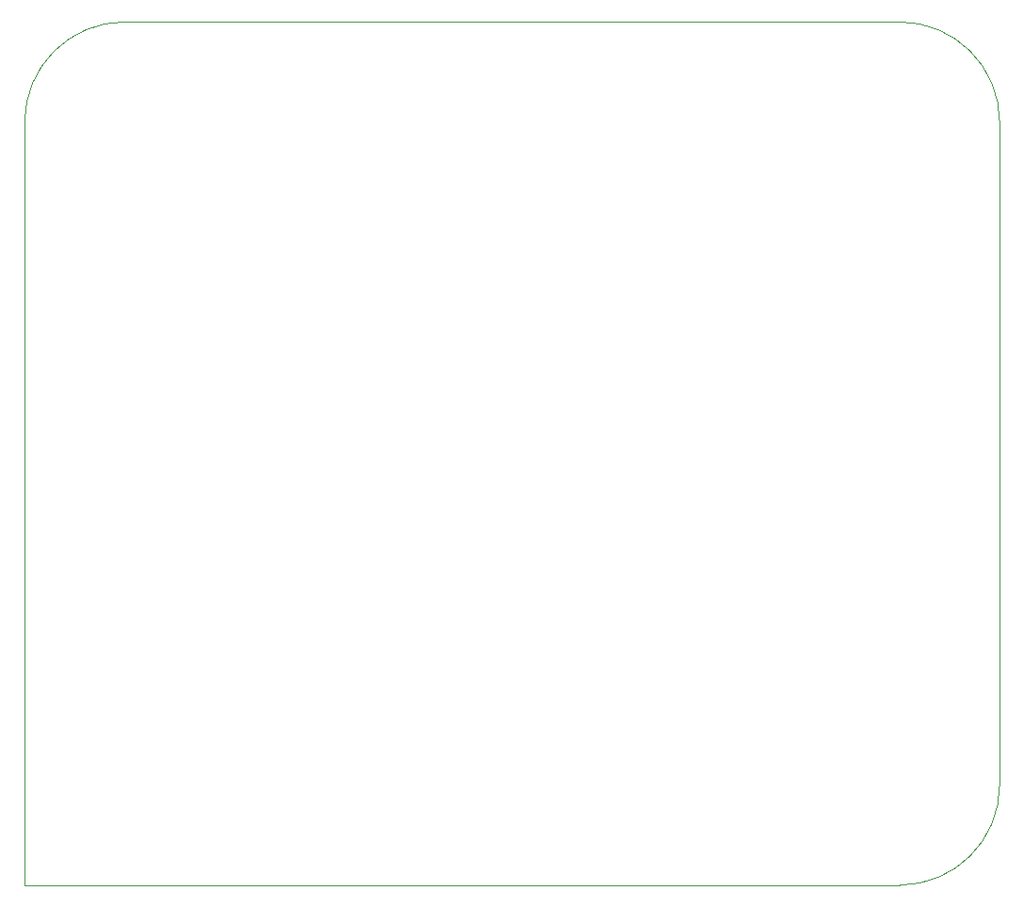
<source format=gbr>
%TF.GenerationSoftware,KiCad,Pcbnew,8.0.2*%
%TF.CreationDate,2025-04-18T13:43:38+02:00*%
%TF.ProjectId,Mini-me-pcb,4d696e69-2d6d-4652-9d70-63622e6b6963,rev?*%
%TF.SameCoordinates,Original*%
%TF.FileFunction,Profile,NP*%
%FSLAX46Y46*%
G04 Gerber Fmt 4.6, Leading zero omitted, Abs format (unit mm)*
G04 Created by KiCad (PCBNEW 8.0.2) date 2025-04-18 13:43:38*
%MOMM*%
%LPD*%
G01*
G04 APERTURE LIST*
%TA.AperFunction,Profile*%
%ADD10C,0.050000*%
%TD*%
G04 APERTURE END LIST*
D10*
X125857000Y-111125000D02*
X121920000Y-111125000D01*
X200550000Y-33528000D02*
G75*
G02*
X209550000Y-42528000I0J-9000000D01*
G01*
X209550000Y-102125000D02*
X209550000Y-42528000D01*
X121920000Y-42528000D02*
G75*
G02*
X130920000Y-33528000I9000000J0D01*
G01*
X121920000Y-107696000D02*
X121920000Y-111125000D01*
X125857000Y-111125000D02*
X200550000Y-111125000D01*
X200550000Y-33528000D02*
X130920000Y-33528000D01*
X121920000Y-42528000D02*
X121920000Y-107696000D01*
X209550000Y-102125000D02*
G75*
G02*
X200550000Y-111125000I-9000000J0D01*
G01*
M02*

</source>
